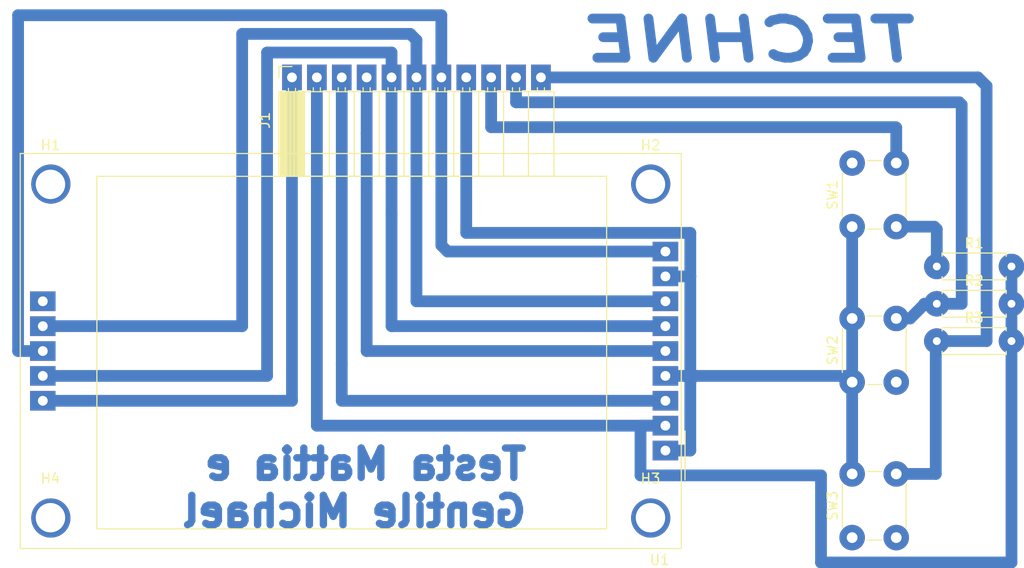
<source format=kicad_pcb>
(kicad_pcb (version 20171130) (host pcbnew "(5.1.2)-1")

  (general
    (thickness 1.6)
    (drawings 2)
    (tracks 76)
    (zones 0)
    (modules 12)
    (nets 12)
  )

  (page A4)
  (layers
    (0 F.Cu signal)
    (31 B.Cu signal)
    (32 B.Adhes user)
    (33 F.Adhes user)
    (34 B.Paste user)
    (35 F.Paste user)
    (36 B.SilkS user)
    (37 F.SilkS user)
    (38 B.Mask user)
    (39 F.Mask user)
    (40 Dwgs.User user)
    (41 Cmts.User user)
    (42 Eco1.User user)
    (43 Eco2.User user)
    (44 Edge.Cuts user)
    (45 Margin user)
    (46 B.CrtYd user)
    (47 F.CrtYd user)
    (48 B.Fab user)
    (49 F.Fab user)
  )

  (setup
    (last_trace_width 0.25)
    (user_trace_width 1.2)
    (trace_clearance 0.2)
    (zone_clearance 0.508)
    (zone_45_only no)
    (trace_min 0.2)
    (via_size 0.8)
    (via_drill 0.4)
    (via_min_size 0.4)
    (via_min_drill 0.3)
    (uvia_size 0.3)
    (uvia_drill 0.1)
    (uvias_allowed no)
    (uvia_min_size 0.2)
    (uvia_min_drill 0.1)
    (edge_width 0.05)
    (segment_width 0.2)
    (pcb_text_width 0.3)
    (pcb_text_size 1.5 1.5)
    (mod_edge_width 0.12)
    (mod_text_size 1 1)
    (mod_text_width 0.15)
    (pad_size 1.524 1.524)
    (pad_drill 0.762)
    (pad_to_mask_clearance 0.051)
    (solder_mask_min_width 0.25)
    (aux_axis_origin 0 0)
    (visible_elements 7FFFFFFF)
    (pcbplotparams
      (layerselection 0x010fc_ffffffff)
      (usegerberextensions false)
      (usegerberattributes false)
      (usegerberadvancedattributes false)
      (creategerberjobfile true)
      (excludeedgelayer true)
      (linewidth 0.100000)
      (plotframeref false)
      (viasonmask false)
      (mode 1)
      (useauxorigin false)
      (hpglpennumber 1)
      (hpglpenspeed 20)
      (hpglpendiameter 15.000000)
      (psnegative false)
      (psa4output false)
      (plotreference true)
      (plotvalue true)
      (plotinvisibletext false)
      (padsonsilk false)
      (subtractmaskfromsilk false)
      (outputformat 1)
      (mirror false)
      (drillshape 0)
      (scaleselection 1)
      (outputdirectory ""))
  )

  (net 0 "")
  (net 1 "Net-(J1-Pad1)")
  (net 2 "Net-(J1-Pad3)")
  (net 3 "Net-(J1-Pad4)")
  (net 4 "Net-(J1-Pad5)")
  (net 5 "Net-(J1-Pad6)")
  (net 6 "Net-(J1-Pad7)")
  (net 7 "Net-(J1-Pad8)")
  (net 8 "Net-(J1-Pad9)")
  (net 9 GND)
  (net 10 "Net-(J1-Pad11)")
  (net 11 "Net-(J1-Pad10)")

  (net_class Default "Questo è il gruppo di collegamenti predefinito"
    (clearance 0.2)
    (trace_width 0.25)
    (via_dia 0.8)
    (via_drill 0.4)
    (uvia_dia 0.3)
    (uvia_drill 0.1)
    (add_net GND)
    (add_net "Net-(J1-Pad1)")
    (add_net "Net-(J1-Pad10)")
    (add_net "Net-(J1-Pad11)")
    (add_net "Net-(J1-Pad3)")
    (add_net "Net-(J1-Pad4)")
    (add_net "Net-(J1-Pad5)")
    (add_net "Net-(J1-Pad6)")
    (add_net "Net-(J1-Pad7)")
    (add_net "Net-(J1-Pad8)")
    (add_net "Net-(J1-Pad9)")
    (add_net "Net-(U1-Pad14)")
  )

  (module Resistor_THT:R_Axial_DIN0207_L6.3mm_D2.5mm_P7.62mm_Horizontal (layer F.Cu) (tedit 5CD85A50) (tstamp 5CD8B493)
    (at 185.166 29.464)
    (descr "Resistor, Axial_DIN0207 series, Axial, Horizontal, pin pitch=7.62mm, 0.25W = 1/4W, length*diameter=6.3*2.5mm^2, http://cdn-reichelt.de/documents/datenblatt/B400/1_4W%23YAG.pdf")
    (tags "Resistor Axial_DIN0207 series Axial Horizontal pin pitch 7.62mm 0.25W = 1/4W length 6.3mm diameter 2.5mm")
    (path /5CD87170)
    (fp_text reference R1 (at 3.81 -2.37) (layer F.SilkS)
      (effects (font (size 1 1) (thickness 0.15)))
    )
    (fp_text value R (at 3.81 2.37) (layer F.Fab)
      (effects (font (size 1 1) (thickness 0.15)))
    )
    (fp_text user %R (at 3.81 0) (layer F.Fab)
      (effects (font (size 1 1) (thickness 0.15)))
    )
    (fp_line (start 8.67 -1.5) (end -1.05 -1.5) (layer F.CrtYd) (width 0.05))
    (fp_line (start 8.67 1.5) (end 8.67 -1.5) (layer F.CrtYd) (width 0.05))
    (fp_line (start -1.05 1.5) (end 8.67 1.5) (layer F.CrtYd) (width 0.05))
    (fp_line (start -1.05 -1.5) (end -1.05 1.5) (layer F.CrtYd) (width 0.05))
    (fp_line (start 7.08 1.37) (end 7.08 1.04) (layer F.SilkS) (width 0.12))
    (fp_line (start 0.54 1.37) (end 7.08 1.37) (layer F.SilkS) (width 0.12))
    (fp_line (start 0.54 1.04) (end 0.54 1.37) (layer F.SilkS) (width 0.12))
    (fp_line (start 7.08 -1.37) (end 7.08 -1.04) (layer F.SilkS) (width 0.12))
    (fp_line (start 0.54 -1.37) (end 7.08 -1.37) (layer F.SilkS) (width 0.12))
    (fp_line (start 0.54 -1.04) (end 0.54 -1.37) (layer F.SilkS) (width 0.12))
    (fp_line (start 7.62 0) (end 6.96 0) (layer F.Fab) (width 0.1))
    (fp_line (start 0 0) (end 0.66 0) (layer F.Fab) (width 0.1))
    (fp_line (start 6.96 -1.25) (end 0.66 -1.25) (layer F.Fab) (width 0.1))
    (fp_line (start 6.96 1.25) (end 6.96 -1.25) (layer F.Fab) (width 0.1))
    (fp_line (start 0.66 1.25) (end 6.96 1.25) (layer F.Fab) (width 0.1))
    (fp_line (start 0.66 -1.25) (end 0.66 1.25) (layer F.Fab) (width 0.1))
    (pad 2 thru_hole circle (at 7.62 0) (size 2.6 2.6) (drill 0.8) (layers *.Cu *.Mask)
      (net 9 GND))
    (pad 1 thru_hole circle (at 0 0) (size 2.6 2.6) (drill 0.8) (layers *.Cu *.Mask)
      (net 8 "Net-(J1-Pad9)"))
    (model ${KISYS3DMOD}/Resistor_THT.3dshapes/R_Axial_DIN0207_L6.3mm_D2.5mm_P7.62mm_Horizontal.wrl
      (at (xyz 0 0 0))
      (scale (xyz 1 1 1))
      (rotate (xyz 0 0 0))
    )
  )

  (module Resistor_THT:R_Axial_DIN0207_L6.3mm_D2.5mm_P7.62mm_Horizontal (layer F.Cu) (tedit 5CD85A3F) (tstamp 5CD8B4AA)
    (at 185.166 33.274)
    (descr "Resistor, Axial_DIN0207 series, Axial, Horizontal, pin pitch=7.62mm, 0.25W = 1/4W, length*diameter=6.3*2.5mm^2, http://cdn-reichelt.de/documents/datenblatt/B400/1_4W%23YAG.pdf")
    (tags "Resistor Axial_DIN0207 series Axial Horizontal pin pitch 7.62mm 0.25W = 1/4W length 6.3mm diameter 2.5mm")
    (path /5CD87E37)
    (fp_text reference R2 (at 3.81 -2.37) (layer F.SilkS)
      (effects (font (size 1 1) (thickness 0.15)))
    )
    (fp_text value R (at 3.81 2.37) (layer F.Fab)
      (effects (font (size 1 1) (thickness 0.15)))
    )
    (fp_text user %R (at 3.81 0) (layer F.Fab)
      (effects (font (size 1 1) (thickness 0.15)))
    )
    (fp_line (start 8.67 -1.5) (end -1.05 -1.5) (layer F.CrtYd) (width 0.05))
    (fp_line (start 8.67 1.5) (end 8.67 -1.5) (layer F.CrtYd) (width 0.05))
    (fp_line (start -1.05 1.5) (end 8.67 1.5) (layer F.CrtYd) (width 0.05))
    (fp_line (start -1.05 -1.5) (end -1.05 1.5) (layer F.CrtYd) (width 0.05))
    (fp_line (start 7.08 1.37) (end 7.08 1.04) (layer F.SilkS) (width 0.12))
    (fp_line (start 0.54 1.37) (end 7.08 1.37) (layer F.SilkS) (width 0.12))
    (fp_line (start 0.54 1.04) (end 0.54 1.37) (layer F.SilkS) (width 0.12))
    (fp_line (start 7.08 -1.37) (end 7.08 -1.04) (layer F.SilkS) (width 0.12))
    (fp_line (start 0.54 -1.37) (end 7.08 -1.37) (layer F.SilkS) (width 0.12))
    (fp_line (start 0.54 -1.04) (end 0.54 -1.37) (layer F.SilkS) (width 0.12))
    (fp_line (start 7.62 0) (end 6.96 0) (layer F.Fab) (width 0.1))
    (fp_line (start 0 0) (end 0.66 0) (layer F.Fab) (width 0.1))
    (fp_line (start 6.96 -1.25) (end 0.66 -1.25) (layer F.Fab) (width 0.1))
    (fp_line (start 6.96 1.25) (end 6.96 -1.25) (layer F.Fab) (width 0.1))
    (fp_line (start 0.66 1.25) (end 6.96 1.25) (layer F.Fab) (width 0.1))
    (fp_line (start 0.66 -1.25) (end 0.66 1.25) (layer F.Fab) (width 0.1))
    (pad 2 thru_hole circle (at 7.62 0) (size 2.6 2.6) (drill 0.8) (layers *.Cu *.Mask)
      (net 9 GND))
    (pad 1 thru_hole circle (at 0 0) (size 2.6 2.6) (drill 0.8) (layers *.Cu *.Mask)
      (net 11 "Net-(J1-Pad10)"))
    (model ${KISYS3DMOD}/Resistor_THT.3dshapes/R_Axial_DIN0207_L6.3mm_D2.5mm_P7.62mm_Horizontal.wrl
      (at (xyz 0 0 0))
      (scale (xyz 1 1 1))
      (rotate (xyz 0 0 0))
    )
  )

  (module Resistor_THT:R_Axial_DIN0207_L6.3mm_D2.5mm_P7.62mm_Horizontal (layer F.Cu) (tedit 5CD85A2C) (tstamp 5CD8B4C1)
    (at 185.166 37.084)
    (descr "Resistor, Axial_DIN0207 series, Axial, Horizontal, pin pitch=7.62mm, 0.25W = 1/4W, length*diameter=6.3*2.5mm^2, http://cdn-reichelt.de/documents/datenblatt/B400/1_4W%23YAG.pdf")
    (tags "Resistor Axial_DIN0207 series Axial Horizontal pin pitch 7.62mm 0.25W = 1/4W length 6.3mm diameter 2.5mm")
    (path /5CD88176)
    (fp_text reference R3 (at 3.81 -2.37) (layer F.SilkS)
      (effects (font (size 1 1) (thickness 0.15)))
    )
    (fp_text value R (at 3.81 2.37) (layer F.Fab)
      (effects (font (size 1 1) (thickness 0.15)))
    )
    (fp_text user %R (at 3.81 0) (layer F.Fab)
      (effects (font (size 1 1) (thickness 0.15)))
    )
    (fp_line (start 8.67 -1.5) (end -1.05 -1.5) (layer F.CrtYd) (width 0.05))
    (fp_line (start 8.67 1.5) (end 8.67 -1.5) (layer F.CrtYd) (width 0.05))
    (fp_line (start -1.05 1.5) (end 8.67 1.5) (layer F.CrtYd) (width 0.05))
    (fp_line (start -1.05 -1.5) (end -1.05 1.5) (layer F.CrtYd) (width 0.05))
    (fp_line (start 7.08 1.37) (end 7.08 1.04) (layer F.SilkS) (width 0.12))
    (fp_line (start 0.54 1.37) (end 7.08 1.37) (layer F.SilkS) (width 0.12))
    (fp_line (start 0.54 1.04) (end 0.54 1.37) (layer F.SilkS) (width 0.12))
    (fp_line (start 7.08 -1.37) (end 7.08 -1.04) (layer F.SilkS) (width 0.12))
    (fp_line (start 0.54 -1.37) (end 7.08 -1.37) (layer F.SilkS) (width 0.12))
    (fp_line (start 0.54 -1.04) (end 0.54 -1.37) (layer F.SilkS) (width 0.12))
    (fp_line (start 7.62 0) (end 6.96 0) (layer F.Fab) (width 0.1))
    (fp_line (start 0 0) (end 0.66 0) (layer F.Fab) (width 0.1))
    (fp_line (start 6.96 -1.25) (end 0.66 -1.25) (layer F.Fab) (width 0.1))
    (fp_line (start 6.96 1.25) (end 6.96 -1.25) (layer F.Fab) (width 0.1))
    (fp_line (start 0.66 1.25) (end 6.96 1.25) (layer F.Fab) (width 0.1))
    (fp_line (start 0.66 -1.25) (end 0.66 1.25) (layer F.Fab) (width 0.1))
    (pad 2 thru_hole circle (at 7.62 0) (size 2.6 2.6) (drill 0.8) (layers *.Cu *.Mask)
      (net 9 GND))
    (pad 1 thru_hole circle (at 0 0) (size 2.6 2.6) (drill 0.8) (layers *.Cu *.Mask)
      (net 10 "Net-(J1-Pad11)"))
    (model ${KISYS3DMOD}/Resistor_THT.3dshapes/R_Axial_DIN0207_L6.3mm_D2.5mm_P7.62mm_Horizontal.wrl
      (at (xyz 0 0 0))
      (scale (xyz 1 1 1))
      (rotate (xyz 0 0 0))
    )
  )

  (module Button_Switch_THT:SW_PUSH_6mm_H4.3mm (layer F.Cu) (tedit 5CD85A18) (tstamp 5CD8B51E)
    (at 176.53 57.15 90)
    (descr "tactile push button, 6x6mm e.g. PHAP33xx series, height=4.3mm")
    (tags "tact sw push 6mm")
    (path /5CD86C5B)
    (fp_text reference SW3 (at 3.25 -2 90) (layer F.SilkS)
      (effects (font (size 1 1) (thickness 0.15)))
    )
    (fp_text value SW_Push (at 3.75 6.7 90) (layer F.Fab)
      (effects (font (size 1 1) (thickness 0.15)))
    )
    (fp_text user %R (at 3.25 2.25 90) (layer F.Fab)
      (effects (font (size 1 1) (thickness 0.15)))
    )
    (fp_line (start 3.25 -0.75) (end 6.25 -0.75) (layer F.Fab) (width 0.1))
    (fp_line (start 6.25 -0.75) (end 6.25 5.25) (layer F.Fab) (width 0.1))
    (fp_line (start 6.25 5.25) (end 0.25 5.25) (layer F.Fab) (width 0.1))
    (fp_line (start 0.25 5.25) (end 0.25 -0.75) (layer F.Fab) (width 0.1))
    (fp_line (start 0.25 -0.75) (end 3.25 -0.75) (layer F.Fab) (width 0.1))
    (fp_line (start 7.75 6) (end 8 6) (layer F.CrtYd) (width 0.05))
    (fp_line (start 8 6) (end 8 5.75) (layer F.CrtYd) (width 0.05))
    (fp_line (start 7.75 -1.5) (end 8 -1.5) (layer F.CrtYd) (width 0.05))
    (fp_line (start 8 -1.5) (end 8 -1.25) (layer F.CrtYd) (width 0.05))
    (fp_line (start -1.5 -1.25) (end -1.5 -1.5) (layer F.CrtYd) (width 0.05))
    (fp_line (start -1.5 -1.5) (end -1.25 -1.5) (layer F.CrtYd) (width 0.05))
    (fp_line (start -1.5 5.75) (end -1.5 6) (layer F.CrtYd) (width 0.05))
    (fp_line (start -1.5 6) (end -1.25 6) (layer F.CrtYd) (width 0.05))
    (fp_line (start -1.25 -1.5) (end 7.75 -1.5) (layer F.CrtYd) (width 0.05))
    (fp_line (start -1.5 5.75) (end -1.5 -1.25) (layer F.CrtYd) (width 0.05))
    (fp_line (start 7.75 6) (end -1.25 6) (layer F.CrtYd) (width 0.05))
    (fp_line (start 8 -1.25) (end 8 5.75) (layer F.CrtYd) (width 0.05))
    (fp_line (start 1 5.5) (end 5.5 5.5) (layer F.SilkS) (width 0.12))
    (fp_line (start -0.25 1.5) (end -0.25 3) (layer F.SilkS) (width 0.12))
    (fp_line (start 5.5 -1) (end 1 -1) (layer F.SilkS) (width 0.12))
    (fp_line (start 6.75 3) (end 6.75 1.5) (layer F.SilkS) (width 0.12))
    (fp_circle (center 3.25 2.25) (end 1.25 2.5) (layer F.Fab) (width 0.1))
    (pad 2 thru_hole circle (at 0 4.5 180) (size 2.6 2.6) (drill 1.1) (layers *.Cu *.Mask)
      (net 10 "Net-(J1-Pad11)"))
    (pad 1 thru_hole circle (at 0 0 180) (size 2.6 2.6) (drill 1.1) (layers *.Cu *.Mask)
      (net 7 "Net-(J1-Pad8)"))
    (pad 2 thru_hole circle (at 6.5 4.5 180) (size 2.6 2.6) (drill 1.1) (layers *.Cu *.Mask)
      (net 10 "Net-(J1-Pad11)"))
    (pad 1 thru_hole circle (at 6.5 0 180) (size 2.6 2.6) (drill 1.1) (layers *.Cu *.Mask)
      (net 7 "Net-(J1-Pad8)"))
    (model ${KISYS3DMOD}/Button_Switch_THT.3dshapes/SW_PUSH_6mm_H4.3mm.wrl
      (at (xyz 0 0 0))
      (scale (xyz 1 1 1))
      (rotate (xyz 0 0 0))
    )
  )

  (module Button_Switch_THT:SW_PUSH_6mm_H4.3mm (layer F.Cu) (tedit 5CD859FF) (tstamp 5CD8B4FF)
    (at 176.53 41.275 90)
    (descr "tactile push button, 6x6mm e.g. PHAP33xx series, height=4.3mm")
    (tags "tact sw push 6mm")
    (path /5CD86A66)
    (fp_text reference SW2 (at 3.25 -2 90) (layer F.SilkS)
      (effects (font (size 1 1) (thickness 0.15)))
    )
    (fp_text value SW_Push (at 3.75 6.7 90) (layer F.Fab)
      (effects (font (size 1 1) (thickness 0.15)))
    )
    (fp_circle (center 3.25 2.25) (end 1.25 2.5) (layer F.Fab) (width 0.1))
    (fp_line (start 6.75 3) (end 6.75 1.5) (layer F.SilkS) (width 0.12))
    (fp_line (start 5.5 -1) (end 1 -1) (layer F.SilkS) (width 0.12))
    (fp_line (start -0.25 1.5) (end -0.25 3) (layer F.SilkS) (width 0.12))
    (fp_line (start 1 5.5) (end 5.5 5.5) (layer F.SilkS) (width 0.12))
    (fp_line (start 8 -1.25) (end 8 5.75) (layer F.CrtYd) (width 0.05))
    (fp_line (start 7.75 6) (end -1.25 6) (layer F.CrtYd) (width 0.05))
    (fp_line (start -1.5 5.75) (end -1.5 -1.25) (layer F.CrtYd) (width 0.05))
    (fp_line (start -1.25 -1.5) (end 7.75 -1.5) (layer F.CrtYd) (width 0.05))
    (fp_line (start -1.5 6) (end -1.25 6) (layer F.CrtYd) (width 0.05))
    (fp_line (start -1.5 5.75) (end -1.5 6) (layer F.CrtYd) (width 0.05))
    (fp_line (start -1.5 -1.5) (end -1.25 -1.5) (layer F.CrtYd) (width 0.05))
    (fp_line (start -1.5 -1.25) (end -1.5 -1.5) (layer F.CrtYd) (width 0.05))
    (fp_line (start 8 -1.5) (end 8 -1.25) (layer F.CrtYd) (width 0.05))
    (fp_line (start 7.75 -1.5) (end 8 -1.5) (layer F.CrtYd) (width 0.05))
    (fp_line (start 8 6) (end 8 5.75) (layer F.CrtYd) (width 0.05))
    (fp_line (start 7.75 6) (end 8 6) (layer F.CrtYd) (width 0.05))
    (fp_line (start 0.25 -0.75) (end 3.25 -0.75) (layer F.Fab) (width 0.1))
    (fp_line (start 0.25 5.25) (end 0.25 -0.75) (layer F.Fab) (width 0.1))
    (fp_line (start 6.25 5.25) (end 0.25 5.25) (layer F.Fab) (width 0.1))
    (fp_line (start 6.25 -0.75) (end 6.25 5.25) (layer F.Fab) (width 0.1))
    (fp_line (start 3.25 -0.75) (end 6.25 -0.75) (layer F.Fab) (width 0.1))
    (fp_text user %R (at 3.25 2.25 90) (layer F.Fab)
      (effects (font (size 1 1) (thickness 0.15)))
    )
    (pad 1 thru_hole circle (at 6.5 0 180) (size 2.6 2.6) (drill 1.1) (layers *.Cu *.Mask)
      (net 7 "Net-(J1-Pad8)"))
    (pad 2 thru_hole circle (at 6.5 4.5 180) (size 2.6 2.6) (drill 1.1) (layers *.Cu *.Mask)
      (net 11 "Net-(J1-Pad10)"))
    (pad 1 thru_hole circle (at 0 0 180) (size 2.6 2.6) (drill 1.1) (layers *.Cu *.Mask)
      (net 7 "Net-(J1-Pad8)"))
    (pad 2 thru_hole circle (at 0 4.5 180) (size 2.6 2.6) (drill 1.1) (layers *.Cu *.Mask)
      (net 11 "Net-(J1-Pad10)"))
    (model ${KISYS3DMOD}/Button_Switch_THT.3dshapes/SW_PUSH_6mm_H4.3mm.wrl
      (at (xyz 0 0 0))
      (scale (xyz 1 1 1))
      (rotate (xyz 0 0 0))
    )
  )

  (module Button_Switch_THT:SW_PUSH_6mm_H4.3mm (layer F.Cu) (tedit 5CD859EA) (tstamp 5CD8B4E0)
    (at 176.53 25.4 90)
    (descr "tactile push button, 6x6mm e.g. PHAP33xx series, height=4.3mm")
    (tags "tact sw push 6mm")
    (path /5CD863AE)
    (fp_text reference SW1 (at 3.25 -2 90) (layer F.SilkS)
      (effects (font (size 1 1) (thickness 0.15)))
    )
    (fp_text value SW_Push (at 3.75 6.7 90) (layer F.Fab)
      (effects (font (size 1 1) (thickness 0.15)))
    )
    (fp_text user %R (at 3.25 2.25 90) (layer F.Fab)
      (effects (font (size 1 1) (thickness 0.15)))
    )
    (fp_line (start 3.25 -0.75) (end 6.25 -0.75) (layer F.Fab) (width 0.1))
    (fp_line (start 6.25 -0.75) (end 6.25 5.25) (layer F.Fab) (width 0.1))
    (fp_line (start 6.25 5.25) (end 0.25 5.25) (layer F.Fab) (width 0.1))
    (fp_line (start 0.25 5.25) (end 0.25 -0.75) (layer F.Fab) (width 0.1))
    (fp_line (start 0.25 -0.75) (end 3.25 -0.75) (layer F.Fab) (width 0.1))
    (fp_line (start 7.75 6) (end 8 6) (layer F.CrtYd) (width 0.05))
    (fp_line (start 8 6) (end 8 5.75) (layer F.CrtYd) (width 0.05))
    (fp_line (start 7.75 -1.5) (end 8 -1.5) (layer F.CrtYd) (width 0.05))
    (fp_line (start 8 -1.5) (end 8 -1.25) (layer F.CrtYd) (width 0.05))
    (fp_line (start -1.5 -1.25) (end -1.5 -1.5) (layer F.CrtYd) (width 0.05))
    (fp_line (start -1.5 -1.5) (end -1.25 -1.5) (layer F.CrtYd) (width 0.05))
    (fp_line (start -1.5 5.75) (end -1.5 6) (layer F.CrtYd) (width 0.05))
    (fp_line (start -1.5 6) (end -1.25 6) (layer F.CrtYd) (width 0.05))
    (fp_line (start -1.25 -1.5) (end 7.75 -1.5) (layer F.CrtYd) (width 0.05))
    (fp_line (start -1.5 5.75) (end -1.5 -1.25) (layer F.CrtYd) (width 0.05))
    (fp_line (start 7.75 6) (end -1.25 6) (layer F.CrtYd) (width 0.05))
    (fp_line (start 8 -1.25) (end 8 5.75) (layer F.CrtYd) (width 0.05))
    (fp_line (start 1 5.5) (end 5.5 5.5) (layer F.SilkS) (width 0.12))
    (fp_line (start -0.25 1.5) (end -0.25 3) (layer F.SilkS) (width 0.12))
    (fp_line (start 5.5 -1) (end 1 -1) (layer F.SilkS) (width 0.12))
    (fp_line (start 6.75 3) (end 6.75 1.5) (layer F.SilkS) (width 0.12))
    (fp_circle (center 3.25 2.25) (end 1.25 2.5) (layer F.Fab) (width 0.1))
    (pad 2 thru_hole circle (at 0 4.5 180) (size 2.6 2.6) (drill 1.1) (layers *.Cu *.Mask)
      (net 8 "Net-(J1-Pad9)"))
    (pad 1 thru_hole circle (at 0 0 180) (size 2.6 2.6) (drill 1.1) (layers *.Cu *.Mask)
      (net 7 "Net-(J1-Pad8)"))
    (pad 2 thru_hole circle (at 6.5 4.5 180) (size 2.6 2.6) (drill 1.1) (layers *.Cu *.Mask)
      (net 8 "Net-(J1-Pad9)"))
    (pad 1 thru_hole circle (at 6.5 0 180) (size 2.6 2.6) (drill 1.1) (layers *.Cu *.Mask)
      (net 7 "Net-(J1-Pad8)"))
    (model ${KISYS3DMOD}/Button_Switch_THT.3dshapes/SW_PUSH_6mm_H4.3mm.wrl
      (at (xyz 0 0 0))
      (scale (xyz 1 1 1))
      (rotate (xyz 0 0 0))
    )
  )

  (module Connector_PinSocket_2.54mm:PinSocket_1x11_P2.54mm_Horizontal (layer F.Cu) (tedit 5CD859CF) (tstamp 5CD8B47C)
    (at 119.38 10.16 90)
    (descr "Through hole angled socket strip, 1x11, 2.54mm pitch, 8.51mm socket length, single row (from Kicad 4.0.7), script generated")
    (tags "Through hole angled socket strip THT 1x11 2.54mm single row")
    (path /5CD8DC52)
    (fp_text reference J1 (at -4.38 -2.77 270) (layer F.SilkS)
      (effects (font (size 1 1) (thickness 0.15)))
    )
    (fp_text value Conn_01x11 (at -4.38 28.17 270) (layer F.Fab)
      (effects (font (size 1 1) (thickness 0.15)))
    )
    (fp_text user %R (at -5.775 12.7) (layer F.Fab)
      (effects (font (size 1 1) (thickness 0.15)))
    )
    (fp_line (start 1.75 27.15) (end 1.75 -1.8) (layer F.CrtYd) (width 0.05))
    (fp_line (start -10.55 27.15) (end 1.75 27.15) (layer F.CrtYd) (width 0.05))
    (fp_line (start -10.55 -1.8) (end -10.55 27.15) (layer F.CrtYd) (width 0.05))
    (fp_line (start 1.75 -1.8) (end -10.55 -1.8) (layer F.CrtYd) (width 0.05))
    (fp_line (start 0 -1.33) (end 1.11 -1.33) (layer F.SilkS) (width 0.12))
    (fp_line (start 1.11 -1.33) (end 1.11 0) (layer F.SilkS) (width 0.12))
    (fp_line (start -10.09 -1.33) (end -10.09 26.73) (layer F.SilkS) (width 0.12))
    (fp_line (start -10.09 26.73) (end -1.46 26.73) (layer F.SilkS) (width 0.12))
    (fp_line (start -1.46 -1.33) (end -1.46 26.73) (layer F.SilkS) (width 0.12))
    (fp_line (start -10.09 -1.33) (end -1.46 -1.33) (layer F.SilkS) (width 0.12))
    (fp_line (start -10.09 24.13) (end -1.46 24.13) (layer F.SilkS) (width 0.12))
    (fp_line (start -10.09 21.59) (end -1.46 21.59) (layer F.SilkS) (width 0.12))
    (fp_line (start -10.09 19.05) (end -1.46 19.05) (layer F.SilkS) (width 0.12))
    (fp_line (start -10.09 16.51) (end -1.46 16.51) (layer F.SilkS) (width 0.12))
    (fp_line (start -10.09 13.97) (end -1.46 13.97) (layer F.SilkS) (width 0.12))
    (fp_line (start -10.09 11.43) (end -1.46 11.43) (layer F.SilkS) (width 0.12))
    (fp_line (start -10.09 8.89) (end -1.46 8.89) (layer F.SilkS) (width 0.12))
    (fp_line (start -10.09 6.35) (end -1.46 6.35) (layer F.SilkS) (width 0.12))
    (fp_line (start -10.09 3.81) (end -1.46 3.81) (layer F.SilkS) (width 0.12))
    (fp_line (start -10.09 1.27) (end -1.46 1.27) (layer F.SilkS) (width 0.12))
    (fp_line (start -1.46 25.76) (end -1.05 25.76) (layer F.SilkS) (width 0.12))
    (fp_line (start -1.46 25.04) (end -1.05 25.04) (layer F.SilkS) (width 0.12))
    (fp_line (start -1.46 23.22) (end -1.05 23.22) (layer F.SilkS) (width 0.12))
    (fp_line (start -1.46 22.5) (end -1.05 22.5) (layer F.SilkS) (width 0.12))
    (fp_line (start -1.46 20.68) (end -1.05 20.68) (layer F.SilkS) (width 0.12))
    (fp_line (start -1.46 19.96) (end -1.05 19.96) (layer F.SilkS) (width 0.12))
    (fp_line (start -1.46 18.14) (end -1.05 18.14) (layer F.SilkS) (width 0.12))
    (fp_line (start -1.46 17.42) (end -1.05 17.42) (layer F.SilkS) (width 0.12))
    (fp_line (start -1.46 15.6) (end -1.05 15.6) (layer F.SilkS) (width 0.12))
    (fp_line (start -1.46 14.88) (end -1.05 14.88) (layer F.SilkS) (width 0.12))
    (fp_line (start -1.46 13.06) (end -1.05 13.06) (layer F.SilkS) (width 0.12))
    (fp_line (start -1.46 12.34) (end -1.05 12.34) (layer F.SilkS) (width 0.12))
    (fp_line (start -1.46 10.52) (end -1.05 10.52) (layer F.SilkS) (width 0.12))
    (fp_line (start -1.46 9.8) (end -1.05 9.8) (layer F.SilkS) (width 0.12))
    (fp_line (start -1.46 7.98) (end -1.05 7.98) (layer F.SilkS) (width 0.12))
    (fp_line (start -1.46 7.26) (end -1.05 7.26) (layer F.SilkS) (width 0.12))
    (fp_line (start -1.46 5.44) (end -1.05 5.44) (layer F.SilkS) (width 0.12))
    (fp_line (start -1.46 4.72) (end -1.05 4.72) (layer F.SilkS) (width 0.12))
    (fp_line (start -1.46 2.9) (end -1.05 2.9) (layer F.SilkS) (width 0.12))
    (fp_line (start -1.46 2.18) (end -1.05 2.18) (layer F.SilkS) (width 0.12))
    (fp_line (start -1.46 0.36) (end -1.11 0.36) (layer F.SilkS) (width 0.12))
    (fp_line (start -1.46 -0.36) (end -1.11 -0.36) (layer F.SilkS) (width 0.12))
    (fp_line (start -10.09 1.1519) (end -1.46 1.1519) (layer F.SilkS) (width 0.12))
    (fp_line (start -10.09 1.033805) (end -1.46 1.033805) (layer F.SilkS) (width 0.12))
    (fp_line (start -10.09 0.91571) (end -1.46 0.91571) (layer F.SilkS) (width 0.12))
    (fp_line (start -10.09 0.797615) (end -1.46 0.797615) (layer F.SilkS) (width 0.12))
    (fp_line (start -10.09 0.67952) (end -1.46 0.67952) (layer F.SilkS) (width 0.12))
    (fp_line (start -10.09 0.561425) (end -1.46 0.561425) (layer F.SilkS) (width 0.12))
    (fp_line (start -10.09 0.44333) (end -1.46 0.44333) (layer F.SilkS) (width 0.12))
    (fp_line (start -10.09 0.325235) (end -1.46 0.325235) (layer F.SilkS) (width 0.12))
    (fp_line (start -10.09 0.20714) (end -1.46 0.20714) (layer F.SilkS) (width 0.12))
    (fp_line (start -10.09 0.089045) (end -1.46 0.089045) (layer F.SilkS) (width 0.12))
    (fp_line (start -10.09 -0.02905) (end -1.46 -0.02905) (layer F.SilkS) (width 0.12))
    (fp_line (start -10.09 -0.147145) (end -1.46 -0.147145) (layer F.SilkS) (width 0.12))
    (fp_line (start -10.09 -0.26524) (end -1.46 -0.26524) (layer F.SilkS) (width 0.12))
    (fp_line (start -10.09 -0.383335) (end -1.46 -0.383335) (layer F.SilkS) (width 0.12))
    (fp_line (start -10.09 -0.50143) (end -1.46 -0.50143) (layer F.SilkS) (width 0.12))
    (fp_line (start -10.09 -0.619525) (end -1.46 -0.619525) (layer F.SilkS) (width 0.12))
    (fp_line (start -10.09 -0.73762) (end -1.46 -0.73762) (layer F.SilkS) (width 0.12))
    (fp_line (start -10.09 -0.855715) (end -1.46 -0.855715) (layer F.SilkS) (width 0.12))
    (fp_line (start -10.09 -0.97381) (end -1.46 -0.97381) (layer F.SilkS) (width 0.12))
    (fp_line (start -10.09 -1.091905) (end -1.46 -1.091905) (layer F.SilkS) (width 0.12))
    (fp_line (start -10.09 -1.21) (end -1.46 -1.21) (layer F.SilkS) (width 0.12))
    (fp_line (start 0 25.7) (end 0 25.1) (layer F.Fab) (width 0.1))
    (fp_line (start -1.52 25.7) (end 0 25.7) (layer F.Fab) (width 0.1))
    (fp_line (start 0 25.1) (end -1.52 25.1) (layer F.Fab) (width 0.1))
    (fp_line (start 0 23.16) (end 0 22.56) (layer F.Fab) (width 0.1))
    (fp_line (start -1.52 23.16) (end 0 23.16) (layer F.Fab) (width 0.1))
    (fp_line (start 0 22.56) (end -1.52 22.56) (layer F.Fab) (width 0.1))
    (fp_line (start 0 20.62) (end 0 20.02) (layer F.Fab) (width 0.1))
    (fp_line (start -1.52 20.62) (end 0 20.62) (layer F.Fab) (width 0.1))
    (fp_line (start 0 20.02) (end -1.52 20.02) (layer F.Fab) (width 0.1))
    (fp_line (start 0 18.08) (end 0 17.48) (layer F.Fab) (width 0.1))
    (fp_line (start -1.52 18.08) (end 0 18.08) (layer F.Fab) (width 0.1))
    (fp_line (start 0 17.48) (end -1.52 17.48) (layer F.Fab) (width 0.1))
    (fp_line (start 0 15.54) (end 0 14.94) (layer F.Fab) (width 0.1))
    (fp_line (start -1.52 15.54) (end 0 15.54) (layer F.Fab) (width 0.1))
    (fp_line (start 0 14.94) (end -1.52 14.94) (layer F.Fab) (width 0.1))
    (fp_line (start 0 13) (end 0 12.4) (layer F.Fab) (width 0.1))
    (fp_line (start -1.52 13) (end 0 13) (layer F.Fab) (width 0.1))
    (fp_line (start 0 12.4) (end -1.52 12.4) (layer F.Fab) (width 0.1))
    (fp_line (start 0 10.46) (end 0 9.86) (layer F.Fab) (width 0.1))
    (fp_line (start -1.52 10.46) (end 0 10.46) (layer F.Fab) (width 0.1))
    (fp_line (start 0 9.86) (end -1.52 9.86) (layer F.Fab) (width 0.1))
    (fp_line (start 0 7.92) (end 0 7.32) (layer F.Fab) (width 0.1))
    (fp_line (start -1.52 7.92) (end 0 7.92) (layer F.Fab) (width 0.1))
    (fp_line (start 0 7.32) (end -1.52 7.32) (layer F.Fab) (width 0.1))
    (fp_line (start 0 5.38) (end 0 4.78) (layer F.Fab) (width 0.1))
    (fp_line (start -1.52 5.38) (end 0 5.38) (layer F.Fab) (width 0.1))
    (fp_line (start 0 4.78) (end -1.52 4.78) (layer F.Fab) (width 0.1))
    (fp_line (start 0 2.84) (end 0 2.24) (layer F.Fab) (width 0.1))
    (fp_line (start -1.52 2.84) (end 0 2.84) (layer F.Fab) (width 0.1))
    (fp_line (start 0 2.24) (end -1.52 2.24) (layer F.Fab) (width 0.1))
    (fp_line (start 0 0.3) (end 0 -0.3) (layer F.Fab) (width 0.1))
    (fp_line (start -1.52 0.3) (end 0 0.3) (layer F.Fab) (width 0.1))
    (fp_line (start 0 -0.3) (end -1.52 -0.3) (layer F.Fab) (width 0.1))
    (fp_line (start -10.03 26.67) (end -10.03 -1.27) (layer F.Fab) (width 0.1))
    (fp_line (start -1.52 26.67) (end -10.03 26.67) (layer F.Fab) (width 0.1))
    (fp_line (start -1.52 -0.3) (end -1.52 26.67) (layer F.Fab) (width 0.1))
    (fp_line (start -2.49 -1.27) (end -1.52 -0.3) (layer F.Fab) (width 0.1))
    (fp_line (start -10.03 -1.27) (end -2.49 -1.27) (layer F.Fab) (width 0.1))
    (pad 11 thru_hole rect (at 0 25.4 90) (size 2.6 2) (drill 1) (layers *.Cu *.Mask)
      (net 10 "Net-(J1-Pad11)"))
    (pad 10 thru_hole rect (at 0 22.86 90) (size 2.6 2) (drill 1) (layers *.Cu *.Mask)
      (net 11 "Net-(J1-Pad10)"))
    (pad 9 thru_hole rect (at 0 20.32 90) (size 2.6 2) (drill 1) (layers *.Cu *.Mask)
      (net 8 "Net-(J1-Pad9)"))
    (pad 8 thru_hole rect (at 0 17.78 90) (size 2.6 2) (drill 1) (layers *.Cu *.Mask)
      (net 7 "Net-(J1-Pad8)"))
    (pad 7 thru_hole rect (at 0 15.24 90) (size 2.6 2) (drill 1) (layers *.Cu *.Mask)
      (net 6 "Net-(J1-Pad7)"))
    (pad 6 thru_hole rect (at 0 12.7 90) (size 2.6 2) (drill 1) (layers *.Cu *.Mask)
      (net 5 "Net-(J1-Pad6)"))
    (pad 5 thru_hole rect (at 0 10.16 90) (size 2.6 2) (drill 1) (layers *.Cu *.Mask)
      (net 4 "Net-(J1-Pad5)"))
    (pad 4 thru_hole rect (at 0 7.62 90) (size 2.6 2) (drill 1) (layers *.Cu *.Mask)
      (net 3 "Net-(J1-Pad4)"))
    (pad 3 thru_hole rect (at 0 5.08 90) (size 2.6 2) (drill 1) (layers *.Cu *.Mask)
      (net 2 "Net-(J1-Pad3)"))
    (pad 2 thru_hole rect (at 0 2.54 90) (size 2.6 2) (drill 1) (layers *.Cu *.Mask)
      (net 9 GND))
    (pad 1 thru_hole rect (at 0 0 90) (size 2.6 2) (drill 1) (layers *.Cu *.Mask)
      (net 1 "Net-(J1-Pad1)"))
    (model ${KISYS3DMOD}/Connector_PinSocket_2.54mm.3dshapes/PinSocket_1x11_P2.54mm_Horizontal.wrl
      (at (xyz 0 0 0))
      (scale (xyz 1 1 1))
      (rotate (xyz 0 0 0))
    )
  )

  (module Display:CR2013-MI2120 (layer F.Cu) (tedit 5CD85983) (tstamp 5CD8B549)
    (at 157.48 48.26 180)
    (descr "CR2013-MI2120 ILI9341 LCD Breakout http://pan.baidu.com/s/11Y990")
    (tags "CR2013-MI2120 ILI9341 LCD Breakout")
    (path /5CD85127)
    (fp_text reference U1 (at 0.59 -11.18 180) (layer F.SilkS)
      (effects (font (size 1 1) (thickness 0.15)))
    )
    (fp_text value CR2013-MI2120 (at 4.66 31.47 180) (layer F.Fab)
      (effects (font (size 1 1) (thickness 0.15)))
    )
    (fp_line (start 6 -8) (end 58 -8) (layer F.SilkS) (width 0.12))
    (fp_line (start 58 -8) (end 58 28) (layer F.SilkS) (width 0.12))
    (fp_line (start 58 28) (end 6 28) (layer F.SilkS) (width 0.12))
    (fp_line (start 6 28) (end 6 -8) (layer F.SilkS) (width 0.12))
    (fp_line (start -1.5 1) (end -0.5 0) (layer F.Fab) (width 0.1))
    (fp_line (start -0.5 0) (end -1.5 -1) (layer F.Fab) (width 0.1))
    (fp_line (start -1.5 -1) (end -1.5 -9.89) (layer F.Fab) (width 0.1))
    (fp_line (start -2 -3) (end -2 2) (layer F.SilkS) (width 0.12))
    (fp_text user %R (at 31.58 9.55 180) (layer F.Fab)
      (effects (font (size 1 1) (thickness 0.15)))
    )
    (fp_line (start -1.75 -10.14) (end 65.95 -10.14) (layer F.CrtYd) (width 0.05))
    (fp_line (start 65.95 -10.14) (end 65.95 30.46) (layer F.CrtYd) (width 0.05))
    (fp_line (start 65.95 30.46) (end -1.75 30.46) (layer F.CrtYd) (width 0.05))
    (fp_line (start -1.75 30.46) (end -1.75 -10.14) (layer F.CrtYd) (width 0.05))
    (fp_line (start -1.62 -10.01) (end 65.82 -10.01) (layer F.SilkS) (width 0.12))
    (fp_line (start 65.82 -10.01) (end 65.82 30.33) (layer F.SilkS) (width 0.12))
    (fp_line (start 65.82 30.33) (end -1.62 30.33) (layer F.SilkS) (width 0.12))
    (fp_line (start -1.62 30.33) (end -1.62 -10.01) (layer F.SilkS) (width 0.12))
    (fp_line (start -1.5 -9.89) (end 65.7 -9.89) (layer F.Fab) (width 0.1))
    (fp_line (start 65.7 -9.89) (end 65.7 30.21) (layer F.Fab) (width 0.1))
    (fp_line (start 65.7 30.21) (end -1.5 30.21) (layer F.Fab) (width 0.1))
    (fp_line (start -1.5 30.21) (end -1.5 1) (layer F.Fab) (width 0.1))
    (pad 1 thru_hole rect (at 0 0 180) (size 2.6 2) (drill 1) (layers *.Cu *.Mask)
      (net 7 "Net-(J1-Pad8)"))
    (pad 2 thru_hole rect (at 0 2.54 180) (size 2.6 2) (drill 1) (layers *.Cu *.Mask)
      (net 9 GND))
    (pad 3 thru_hole rect (at 0 5.08 180) (size 2.6 2) (drill 1) (layers *.Cu *.Mask)
      (net 2 "Net-(J1-Pad3)"))
    (pad 4 thru_hole rect (at 0 7.62 180) (size 2.6 2) (drill 1) (layers *.Cu *.Mask)
      (net 7 "Net-(J1-Pad8)"))
    (pad 5 thru_hole rect (at 0 10.16 180) (size 2.6 2) (drill 1) (layers *.Cu *.Mask)
      (net 3 "Net-(J1-Pad4)"))
    (pad 6 thru_hole rect (at 0 12.7 180) (size 2.6 2) (drill 1) (layers *.Cu *.Mask)
      (net 4 "Net-(J1-Pad5)"))
    (pad 7 thru_hole rect (at 0 15.24 180) (size 2.6 2) (drill 1) (layers *.Cu *.Mask)
      (net 5 "Net-(J1-Pad6)"))
    (pad 8 thru_hole rect (at 0 17.78 180) (size 2.6 2) (drill 1) (layers *.Cu *.Mask)
      (net 7 "Net-(J1-Pad8)"))
    (pad 9 thru_hole rect (at 0 20.32 180) (size 2.6 2) (drill 1) (layers *.Cu *.Mask)
      (net 6 "Net-(J1-Pad7)"))
    (pad 10 thru_hole rect (at 63.52 5.08 180) (size 2.6 2) (drill 1) (layers *.Cu *.Mask)
      (net 1 "Net-(J1-Pad1)"))
    (pad 11 thru_hole rect (at 63.52 7.62 180) (size 2.6 2) (drill 1) (layers *.Cu *.Mask)
      (net 4 "Net-(J1-Pad5)"))
    (pad 12 thru_hole rect (at 63.52 10.16 180) (size 2.6 2) (drill 1) (layers *.Cu *.Mask)
      (net 6 "Net-(J1-Pad7)"))
    (pad 13 thru_hole rect (at 63.52 12.7 180) (size 2.6 2) (drill 1) (layers *.Cu *.Mask)
      (net 5 "Net-(J1-Pad6)"))
    (pad 14 thru_hole rect (at 63.52 15.24 180) (size 2.6 2) (drill 1) (layers *.Cu *.Mask))
    (pad "" thru_hole circle (at 1.5 -6.89 180) (size 4 4) (drill 2.7) (layers *.Cu *.Mask))
    (pad "" thru_hole circle (at 62.7 -6.89 180) (size 4 4) (drill 2.7) (layers *.Cu *.Mask))
    (pad "" thru_hole circle (at 62.7 27.21 180) (size 4 4) (drill 2.7) (layers *.Cu *.Mask))
    (pad "" thru_hole circle (at 1.5 27.21 180) (size 4 4) (drill 2.7) (layers *.Cu *.Mask))
    (model ${KISYS3DMOD}/Display.3dshapes/CR2013-MI2120.wrl
      (at (xyz 0 0 0))
      (scale (xyz 1 1 1))
      (rotate (xyz 0 0 0))
    )
  )

  (module MountingHole:MountingHole_3mm (layer F.Cu) (tedit 56D1B4CB) (tstamp 5CD8B3E8)
    (at 94.742 21.082)
    (descr "Mounting Hole 3mm, no annular")
    (tags "mounting hole 3mm no annular")
    (path /5CD9EC00)
    (attr virtual)
    (fp_text reference H1 (at 0 -4) (layer F.SilkS)
      (effects (font (size 1 1) (thickness 0.15)))
    )
    (fp_text value MountingHole (at 0 4) (layer F.Fab)
      (effects (font (size 1 1) (thickness 0.15)))
    )
    (fp_text user %R (at 0.3 0) (layer F.Fab)
      (effects (font (size 1 1) (thickness 0.15)))
    )
    (fp_circle (center 0 0) (end 3 0) (layer Cmts.User) (width 0.15))
    (fp_circle (center 0 0) (end 3.25 0) (layer F.CrtYd) (width 0.05))
    (pad 1 np_thru_hole circle (at 0 0) (size 3 3) (drill 3) (layers *.Cu *.Mask))
  )

  (module MountingHole:MountingHole_3mm (layer F.Cu) (tedit 56D1B4CB) (tstamp 5CD8B3F0)
    (at 155.956 21.082)
    (descr "Mounting Hole 3mm, no annular")
    (tags "mounting hole 3mm no annular")
    (path /5CD9F3B3)
    (attr virtual)
    (fp_text reference H2 (at 0 -4) (layer F.SilkS)
      (effects (font (size 1 1) (thickness 0.15)))
    )
    (fp_text value MountingHole (at 0 4) (layer F.Fab)
      (effects (font (size 1 1) (thickness 0.15)))
    )
    (fp_text user %R (at 0.3 0) (layer F.Fab)
      (effects (font (size 1 1) (thickness 0.15)))
    )
    (fp_circle (center 0 0) (end 3 0) (layer Cmts.User) (width 0.15))
    (fp_circle (center 0 0) (end 3.25 0) (layer F.CrtYd) (width 0.05))
    (pad 1 np_thru_hole circle (at 0 0) (size 3 3) (drill 3) (layers *.Cu *.Mask))
  )

  (module MountingHole:MountingHole_3mm (layer F.Cu) (tedit 56D1B4CB) (tstamp 5CD8B3F8)
    (at 155.956 55.118)
    (descr "Mounting Hole 3mm, no annular")
    (tags "mounting hole 3mm no annular")
    (path /5CD9F2EF)
    (attr virtual)
    (fp_text reference H3 (at 0 -4) (layer F.SilkS)
      (effects (font (size 1 1) (thickness 0.15)))
    )
    (fp_text value MountingHole (at 0 4) (layer F.Fab)
      (effects (font (size 1 1) (thickness 0.15)))
    )
    (fp_circle (center 0 0) (end 3.25 0) (layer F.CrtYd) (width 0.05))
    (fp_circle (center 0 0) (end 3 0) (layer Cmts.User) (width 0.15))
    (fp_text user %R (at 0.3 0) (layer F.Fab)
      (effects (font (size 1 1) (thickness 0.15)))
    )
    (pad 1 np_thru_hole circle (at 0 0) (size 3 3) (drill 3) (layers *.Cu *.Mask))
  )

  (module MountingHole:MountingHole_3mm (layer F.Cu) (tedit 56D1B4CB) (tstamp 5CD8B400)
    (at 94.742 55.118)
    (descr "Mounting Hole 3mm, no annular")
    (tags "mounting hole 3mm no annular")
    (path /5CD9F5E3)
    (attr virtual)
    (fp_text reference H4 (at 0 -4) (layer F.SilkS)
      (effects (font (size 1 1) (thickness 0.15)))
    )
    (fp_text value MountingHole (at 0 4) (layer F.Fab)
      (effects (font (size 1 1) (thickness 0.15)))
    )
    (fp_circle (center 0 0) (end 3.25 0) (layer F.CrtYd) (width 0.05))
    (fp_circle (center 0 0) (end 3 0) (layer Cmts.User) (width 0.15))
    (fp_text user %R (at 0.3 0) (layer F.Fab)
      (effects (font (size 1 1) (thickness 0.15)))
    )
    (pad 1 np_thru_hole circle (at 0 0) (size 3 3) (drill 3) (layers *.Cu *.Mask))
  )

  (gr_text "Testa Mattia e \nGentile Michael" (at 125.73 52.07) (layer B.Cu)
    (effects (font (size 3 3) (thickness 0.75)) (justify mirror))
  )
  (gr_text TECHNE (at 166.37 6.35) (layer B.Cu)
    (effects (font (size 4 6) (thickness 1) italic) (justify mirror))
  )

  (segment (start 185.166 37.084) (end 190.246 37.084) (width 1.2) (layer B.Cu) (net 10))
  (segment (start 190.246 37.084) (end 190.246 11.049) (width 1.2) (layer B.Cu) (net 10))
  (segment (start 181.03 50.65) (end 185.062 50.65) (width 1.2) (layer B.Cu) (net 10))
  (segment (start 185.062 38.31937) (end 185.062 50.65) (width 1.2) (layer B.Cu) (net 10))
  (segment (start 185.166 38.21537) (end 185.062 38.31937) (width 1.2) (layer B.Cu) (net 10))
  (segment (start 185.166 37.084) (end 185.166 38.21537) (width 1.2) (layer B.Cu) (net 10))
  (segment (start 189.357 10.16) (end 190.246 11.049) (width 1.2) (layer B.Cu) (net 10))
  (segment (start 144.78 10.16) (end 189.357 10.16) (width 1.2) (layer B.Cu) (net 10))
  (segment (start 142.24 10.16) (end 142.24 12.7) (width 1.2) (layer B.Cu) (net 11))
  (segment (start 187.706 12.954) (end 187.706 33.274) (width 1.2) (layer B.Cu) (net 11))
  (segment (start 187.706 33.274) (end 183.896 33.274) (width 1.2) (layer B.Cu) (net 11))
  (segment (start 183.896 33.274) (end 185.166 33.274) (width 1.2) (layer B.Cu) (net 11))
  (segment (start 183.896 33.323213) (end 183.896 33.274) (width 1.2) (layer B.Cu) (net 11))
  (segment (start 182.444213 34.775) (end 183.896 33.323213) (width 1.2) (layer B.Cu) (net 11))
  (segment (start 181.03 34.775) (end 182.444213 34.775) (width 1.2) (layer B.Cu) (net 11))
  (segment (start 187.452 12.7) (end 187.706 12.954) (width 1.2) (layer B.Cu) (net 11))
  (segment (start 142.24 12.7) (end 187.452 12.7) (width 1.2) (layer B.Cu) (net 11))
  (segment (start 185.166 25.654) (end 185.166 29.464) (width 1.2) (layer B.Cu) (net 8))
  (segment (start 181.03 15.295) (end 181.03 18.9) (width 1.2) (layer B.Cu) (net 8))
  (segment (start 180.975 15.24) (end 181.03 15.295) (width 1.2) (layer B.Cu) (net 8))
  (segment (start 139.7 10.16) (end 139.7 15.24) (width 1.2) (layer B.Cu) (net 8))
  (segment (start 139.7 15.24) (end 180.975 15.24) (width 1.2) (layer B.Cu) (net 8))
  (segment (start 184.912 25.4) (end 185.166 25.654) (width 1.2) (layer B.Cu) (net 8))
  (segment (start 181.03 25.4) (end 184.912 25.4) (width 1.2) (layer B.Cu) (net 8))
  (segment (start 176.53 25.4) (end 176.53 50.65) (width 1.2) (layer B.Cu) (net 7))
  (segment (start 175.895 40.64) (end 176.53 41.275) (width 1.2) (layer B.Cu) (net 7))
  (segment (start 157.48 40.64) (end 159.385 40.64) (width 1.2) (layer B.Cu) (net 7))
  (segment (start 157.48 48.26) (end 160.02 48.26) (width 1.2) (layer B.Cu) (net 7))
  (segment (start 160.02 48.26) (end 160.02 41.275) (width 1.2) (layer B.Cu) (net 7))
  (segment (start 160.655 40.64) (end 175.895 40.64) (width 1.2) (layer B.Cu) (net 7))
  (segment (start 160.02 41.275) (end 160.02 40.64) (width 1.2) (layer B.Cu) (net 7))
  (segment (start 159.385 40.64) (end 160.02 40.64) (width 1.2) (layer B.Cu) (net 7))
  (segment (start 160.02 40.64) (end 160.655 40.64) (width 1.2) (layer B.Cu) (net 7))
  (segment (start 160.02 30.48) (end 157.48 30.48) (width 1.2) (layer B.Cu) (net 7))
  (segment (start 160.02 41.275) (end 160.02 30.48) (width 1.2) (layer B.Cu) (net 7))
  (segment (start 160.02 30.48) (end 160.02 26.035) (width 1.2) (layer B.Cu) (net 7))
  (segment (start 160.02 26.035) (end 137.16 26.035) (width 1.2) (layer B.Cu) (net 7))
  (segment (start 137.16 26.035) (end 137.16 10.16) (width 1.2) (layer B.Cu) (net 7))
  (segment (start 157.48 27.94) (end 135.255 27.94) (width 1.2) (layer B.Cu) (net 6))
  (segment (start 134.62 27.305) (end 134.62 10.16) (width 1.2) (layer B.Cu) (net 6))
  (segment (start 135.255 27.94) (end 134.62 27.305) (width 1.2) (layer B.Cu) (net 6))
  (segment (start 134.62 3.81) (end 134.62 10.16) (width 1.2) (layer B.Cu) (net 6))
  (segment (start 91.44 3.81) (end 134.62 3.81) (width 1.2) (layer B.Cu) (net 6))
  (segment (start 93.96 38.1) (end 91.44 38.1) (width 1.2) (layer B.Cu) (net 6))
  (segment (start 91.44 38.1) (end 91.44 3.81) (width 1.2) (layer B.Cu) (net 6))
  (segment (start 132.08 33.02) (end 132.08 10.16) (width 1.2) (layer B.Cu) (net 5))
  (segment (start 157.48 33.02) (end 132.08 33.02) (width 1.2) (layer B.Cu) (net 5))
  (segment (start 93.96 35.56) (end 114.3 35.56) (width 1.2) (layer B.Cu) (net 5))
  (segment (start 114.3 35.56) (end 114.3 5.715) (width 1.2) (layer B.Cu) (net 5))
  (segment (start 114.3 5.715) (end 131.445 5.715) (width 1.2) (layer B.Cu) (net 5))
  (segment (start 132.08 6.35) (end 132.08 10.16) (width 1.2) (layer B.Cu) (net 5))
  (segment (start 131.445 5.715) (end 132.08 6.35) (width 1.2) (layer B.Cu) (net 5))
  (segment (start 129.54 24.13) (end 129.54 10.16) (width 1.2) (layer B.Cu) (net 4))
  (segment (start 157.48 35.56) (end 129.54 35.56) (width 1.2) (layer B.Cu) (net 4))
  (segment (start 129.54 35.56) (end 129.54 24.13) (width 1.2) (layer B.Cu) (net 4))
  (segment (start 93.96 40.64) (end 116.84 40.64) (width 1.2) (layer B.Cu) (net 4))
  (segment (start 116.84 40.64) (end 116.84 7.62) (width 1.2) (layer B.Cu) (net 4))
  (segment (start 116.84 7.62) (end 129.54 7.62) (width 1.2) (layer B.Cu) (net 4))
  (segment (start 129.54 7.62) (end 129.54 10.16) (width 1.2) (layer B.Cu) (net 4))
  (segment (start 157.48 38.1) (end 127 38.1) (width 1.2) (layer B.Cu) (net 3))
  (segment (start 127 15.875) (end 127 10.16) (width 1.2) (layer B.Cu) (net 3))
  (segment (start 127 38.1) (end 127 15.875) (width 1.2) (layer B.Cu) (net 3))
  (segment (start 157.48 43.18) (end 124.46 43.18) (width 1.2) (layer B.Cu) (net 2))
  (segment (start 124.46 39.37) (end 124.46 10.16) (width 1.2) (layer B.Cu) (net 2))
  (segment (start 124.46 43.18) (end 124.46 39.37) (width 1.2) (layer B.Cu) (net 2))
  (segment (start 192.786 29.464) (end 192.786 37.084) (width 1.2) (layer B.Cu) (net 9))
  (segment (start 154.94 50.8) (end 173.355 50.8) (width 1.2) (layer B.Cu) (net 9))
  (segment (start 154.94 45.72) (end 154.94 50.8) (width 1.2) (layer B.Cu) (net 9))
  (segment (start 157.48 45.72) (end 154.94 45.72) (width 1.2) (layer B.Cu) (net 9))
  (segment (start 173.355 50.8) (end 173.355 59.69) (width 1.2) (layer B.Cu) (net 9))
  (segment (start 121.92 45.72) (end 157.48 45.72) (width 1.2) (layer B.Cu) (net 9))
  (segment (start 121.92 10.16) (end 121.92 45.72) (width 1.2) (layer B.Cu) (net 9))
  (segment (start 173.355 59.69) (end 192.786 59.69) (width 1.2) (layer B.Cu) (net 9))
  (segment (start 192.786 59.69) (end 192.786 37.084) (width 1.2) (layer B.Cu) (net 9))
  (segment (start 93.96 43.18) (end 119.38 43.18) (width 1.2) (layer B.Cu) (net 1))
  (segment (start 119.38 43.18) (end 119.38 10.16) (width 1.2) (layer B.Cu) (net 1))

)

</source>
